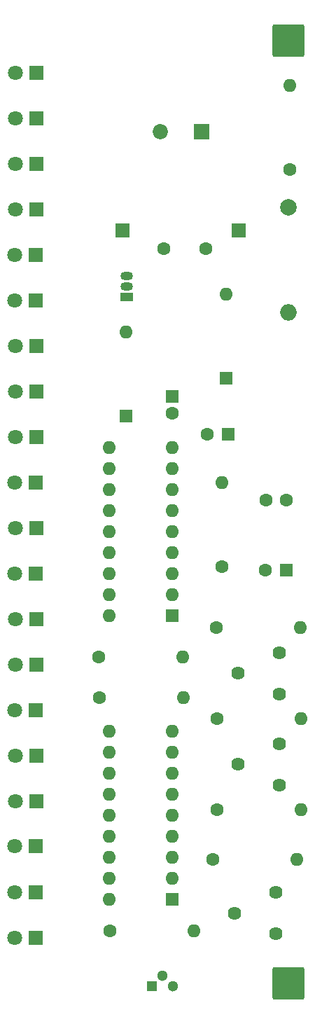
<source format=gbr>
%TF.GenerationSoftware,KiCad,Pcbnew,6.0.8-f2edbf62ab~116~ubuntu20.04.1*%
%TF.CreationDate,2022-11-01T19:33:50+01:00*%
%TF.ProjectId,temp,74656d70-2e6b-4696-9361-645f70636258,rev?*%
%TF.SameCoordinates,Original*%
%TF.FileFunction,Soldermask,Bot*%
%TF.FilePolarity,Negative*%
%FSLAX46Y46*%
G04 Gerber Fmt 4.6, Leading zero omitted, Abs format (unit mm)*
G04 Created by KiCad (PCBNEW 6.0.8-f2edbf62ab~116~ubuntu20.04.1) date 2022-11-01 19:33:50*
%MOMM*%
%LPD*%
G01*
G04 APERTURE LIST*
G04 Aperture macros list*
%AMRoundRect*
0 Rectangle with rounded corners*
0 $1 Rounding radius*
0 $2 $3 $4 $5 $6 $7 $8 $9 X,Y pos of 4 corners*
0 Add a 4 corners polygon primitive as box body*
4,1,4,$2,$3,$4,$5,$6,$7,$8,$9,$2,$3,0*
0 Add four circle primitives for the rounded corners*
1,1,$1+$1,$2,$3*
1,1,$1+$1,$4,$5*
1,1,$1+$1,$6,$7*
1,1,$1+$1,$8,$9*
0 Add four rect primitives between the rounded corners*
20,1,$1+$1,$2,$3,$4,$5,0*
20,1,$1+$1,$4,$5,$6,$7,0*
20,1,$1+$1,$6,$7,$8,$9,0*
20,1,$1+$1,$8,$9,$2,$3,0*%
G04 Aperture macros list end*
%ADD10RoundRect,0.250002X-1.699998X-1.699998X1.699998X-1.699998X1.699998X1.699998X-1.699998X1.699998X0*%
%ADD11R,1.800000X1.800000*%
%ADD12C,1.800000*%
%ADD13C,1.600000*%
%ADD14O,1.600000X1.600000*%
%ADD15C,1.620000*%
%ADD16R,1.600000X1.600000*%
%ADD17R,1.850000X1.850000*%
%ADD18C,1.850000*%
%ADD19R,1.300000X1.300000*%
%ADD20C,1.300000*%
%ADD21R,1.500000X1.050000*%
%ADD22O,1.500000X1.050000*%
%ADD23C,2.000000*%
%ADD24O,2.000000X2.000000*%
%ADD25R,1.700000X1.700000*%
G04 APERTURE END LIST*
D10*
%TO.C,Solar+*%
X152000000Y-37000000D03*
%TD*%
D11*
%TO.C,D7*%
X121537790Y-123461464D03*
D12*
X118997790Y-123461464D03*
%TD*%
D11*
%TO.C,D14*%
X121537790Y-84961464D03*
D12*
X118997790Y-84961464D03*
%TD*%
D13*
%TO.C,R9*%
X143340000Y-108000000D03*
D14*
X153500000Y-108000000D03*
%TD*%
D15*
%TO.C,R6*%
X150500000Y-140000000D03*
X145500000Y-142500000D03*
X150500000Y-145000000D03*
%TD*%
D11*
%TO.C,D3*%
X121500000Y-145500000D03*
D12*
X118960000Y-145500000D03*
%TD*%
D11*
%TO.C,D9*%
X121537790Y-112461464D03*
D12*
X118997790Y-112461464D03*
%TD*%
D16*
%TO.C,U5*%
X138000000Y-106500000D03*
D14*
X138000000Y-103960000D03*
X138000000Y-101420000D03*
X138000000Y-98880000D03*
X138000000Y-96340000D03*
X138000000Y-93800000D03*
X138000000Y-91260000D03*
X138000000Y-88720000D03*
X138000000Y-86180000D03*
X130380000Y-86180000D03*
X130380000Y-88720000D03*
X130380000Y-91260000D03*
X130380000Y-93800000D03*
X130380000Y-96340000D03*
X130380000Y-98880000D03*
X130380000Y-101420000D03*
X130380000Y-103960000D03*
X130380000Y-106500000D03*
%TD*%
D13*
%TO.C,C3*%
X142002515Y-62184058D03*
X137002515Y-62184058D03*
%TD*%
D11*
%TO.C,D12*%
X121537790Y-95961464D03*
D12*
X118997790Y-95961464D03*
%TD*%
D11*
%TO.C,D8*%
X121500000Y-117961464D03*
D12*
X118960000Y-117961464D03*
%TD*%
D11*
%TO.C,D21*%
X121537790Y-46461464D03*
D12*
X118997790Y-46461464D03*
%TD*%
D13*
%TO.C,R4*%
X129194233Y-116483702D03*
D14*
X139354233Y-116483702D03*
%TD*%
D11*
%TO.C,D15*%
X121537790Y-79461464D03*
D12*
X118997790Y-79461464D03*
%TD*%
D16*
%TO.C,C1*%
X138000000Y-80044888D03*
D13*
X138000000Y-82044888D03*
%TD*%
D17*
%TO.C,C2*%
X141500000Y-48000000D03*
D18*
X136500000Y-48000000D03*
%TD*%
D19*
%TO.C,U3*%
X135500000Y-151360000D03*
D20*
X136770000Y-150090000D03*
X138040000Y-151360000D03*
%TD*%
D21*
%TO.C,U1*%
X132500000Y-68000000D03*
D22*
X132500000Y-66730000D03*
X132500000Y-65460000D03*
%TD*%
D15*
%TO.C,R10*%
X150920000Y-111000000D03*
X145920000Y-113500000D03*
X150920000Y-116000000D03*
%TD*%
D11*
%TO.C,D10*%
X121537790Y-106961464D03*
D12*
X118997790Y-106961464D03*
%TD*%
D16*
%TO.C,D1*%
X132386961Y-82438882D03*
D14*
X132386961Y-72278882D03*
%TD*%
D13*
%TO.C,R2*%
X130420000Y-144664602D03*
D14*
X140580000Y-144664602D03*
%TD*%
D13*
%TO.C,R5*%
X142920000Y-136000000D03*
D14*
X153080000Y-136000000D03*
%TD*%
%TO.C,R7*%
X153580000Y-119000000D03*
D13*
X143420000Y-119000000D03*
%TD*%
%TO.C,R11*%
X129093690Y-111555833D03*
D14*
X139253690Y-111555833D03*
%TD*%
D11*
%TO.C,D11*%
X121500000Y-101461464D03*
D12*
X118960000Y-101461464D03*
%TD*%
D11*
%TO.C,D17*%
X121500000Y-68461464D03*
D12*
X118960000Y-68461464D03*
%TD*%
D11*
%TO.C,D4*%
X121500000Y-139952210D03*
D12*
X118960000Y-139952210D03*
%TD*%
D11*
%TO.C,D5*%
X121500000Y-134412210D03*
D12*
X118960000Y-134412210D03*
%TD*%
D11*
%TO.C,D22*%
X121537790Y-40961464D03*
D12*
X118997790Y-40961464D03*
%TD*%
D16*
%TO.C,D2*%
X144500000Y-77850000D03*
D14*
X144500000Y-67690000D03*
%TD*%
D13*
%TO.C,R1*%
X152214143Y-52580000D03*
D14*
X152214143Y-42420000D03*
%TD*%
D13*
%TO.C,R12*%
X144000000Y-100580000D03*
D14*
X144000000Y-90420000D03*
%TD*%
D13*
%TO.C,SW1*%
X151817428Y-92566007D03*
X149317428Y-92566007D03*
%TD*%
D23*
%TO.C,L1*%
X152000000Y-57150000D03*
D24*
X152000000Y-69850000D03*
%TD*%
D25*
%TO.C,GND*%
X132000000Y-60000000D03*
%TD*%
D16*
%TO.C,C5*%
X151749808Y-101066007D03*
D13*
X149249808Y-101066007D03*
%TD*%
D10*
%TO.C,Solar-*%
X152000000Y-151000000D03*
%TD*%
D25*
%TO.C,5V*%
X146000000Y-60000000D03*
%TD*%
D11*
%TO.C,D6*%
X121537790Y-128961464D03*
D12*
X118997790Y-128961464D03*
%TD*%
D15*
%TO.C,R8*%
X150920000Y-122000000D03*
X145920000Y-124500000D03*
X150920000Y-127000000D03*
%TD*%
D11*
%TO.C,D13*%
X121500000Y-90461464D03*
D12*
X118960000Y-90461464D03*
%TD*%
D11*
%TO.C,D18*%
X121500000Y-62961464D03*
D12*
X118960000Y-62961464D03*
%TD*%
D11*
%TO.C,D19*%
X121537790Y-57461464D03*
D12*
X118997790Y-57461464D03*
%TD*%
D11*
%TO.C,D20*%
X121537790Y-51961464D03*
D12*
X118997790Y-51961464D03*
%TD*%
D13*
%TO.C,R3*%
X143420000Y-130000000D03*
D14*
X153580000Y-130000000D03*
%TD*%
D16*
%TO.C,U4*%
X137982822Y-140825461D03*
D14*
X137982822Y-138285461D03*
X137982822Y-135745461D03*
X137982822Y-133205461D03*
X137982822Y-130665461D03*
X137982822Y-128125461D03*
X137982822Y-125585461D03*
X137982822Y-123045461D03*
X137982822Y-120505461D03*
X130362822Y-120505461D03*
X130362822Y-123045461D03*
X130362822Y-125585461D03*
X130362822Y-128125461D03*
X130362822Y-130665461D03*
X130362822Y-133205461D03*
X130362822Y-135745461D03*
X130362822Y-138285461D03*
X130362822Y-140825461D03*
%TD*%
D11*
%TO.C,D16*%
X121537790Y-73961464D03*
D12*
X118997790Y-73961464D03*
%TD*%
D16*
%TO.C,C4*%
X144720494Y-84614342D03*
D13*
X142220494Y-84614342D03*
%TD*%
M02*

</source>
